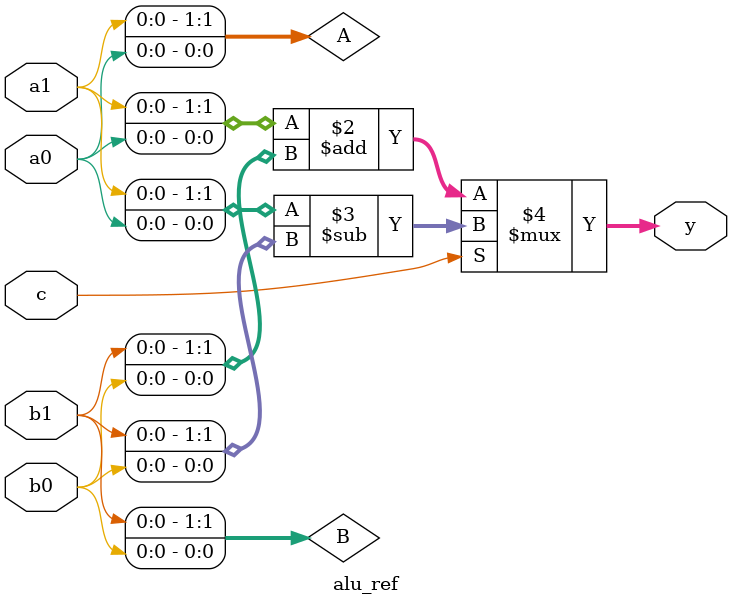
<source format=v>
module alu_ref (input a1, a0, b1, b0, c, output [2:0] y);
  wire [1:0] A = {a1,a0};
  wire [1:0] B = {b1,b0};
  assign y = (c==0) ? (A+B) : (A-B);
endmodule

</source>
